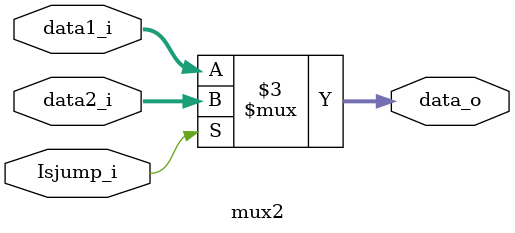
<source format=v>
module mux2(
	data1_i, //mux1.data_o
	data2_i, //jump_addr
	Isjump_i,
	data_o   
);
input	[31:0]		data1_i;
input	[31:0]		data2_i;
input				Isjump_i;
output reg [31:0]	data_o;

always@(*)begin
	if(Isjump_i)
		data_o = data2_i;
	else
		data_o = data1_i;
end

endmodule
</source>
